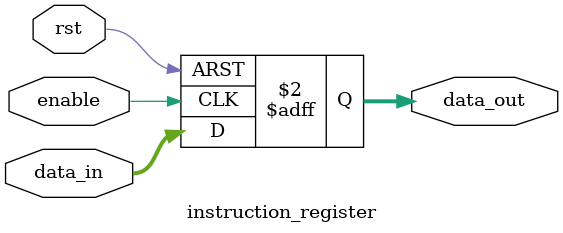
<source format=v>
`timescale 1ns / 1ps


module instruction_register #( 
    parameter WIDTH_REG = 8//width of register
    )
    (
    output reg [WIDTH_REG - 1 : 0] data_out,   
    input enable,            
    input rst,             
    input [WIDTH_REG - 1 : 0] data_in
    );

    always @(posedge enable, posedge rst) begin
        if (rst)               
            data_out <= 0;   
        else    
            data_out <= data_in;
    end
endmodule

</source>
